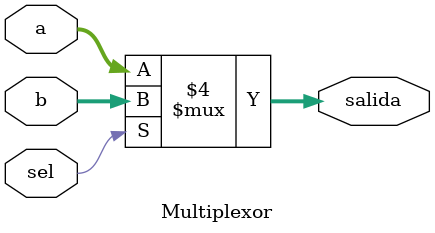
<source format=v>
module Multiplexor(
    input [31:0]a,
    input [31:0]b,
    input sel,
    output reg [31:0]salida
);

always @(*)
begin
    if (sel == 0)
        salida = a;
    else
        salida = b;
end

endmodule

</source>
